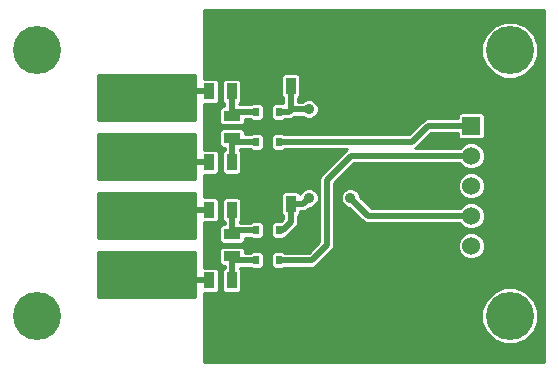
<source format=gbl>
G04 (created by PCBNEW (2013-mar-13)-testing) date Thu 04 Apr 2013 07:07:45 PM CEST*
%MOIN*%
G04 Gerber Fmt 3.4, Leading zero omitted, Abs format*
%FSLAX34Y34*%
G01*
G70*
G90*
G04 APERTURE LIST*
%ADD10C,0.006*%
%ADD11R,0.02X0.03*%
%ADD12R,0.1181X0.0787*%
%ADD13R,0.055X0.035*%
%ADD14R,0.035X0.055*%
%ADD15R,0.06X0.06*%
%ADD16C,0.06*%
%ADD17R,0.1X0.1*%
%ADD18C,0.1*%
%ADD19C,0.16*%
%ADD20C,0.035*%
%ADD21C,0.02*%
%ADD22C,0.01*%
G04 APERTURE END LIST*
G54D10*
G54D11*
X43288Y-47153D03*
X42538Y-47153D03*
X43288Y-46153D03*
X42913Y-47153D03*
X42538Y-46153D03*
X43288Y-51090D03*
X42538Y-51090D03*
X43288Y-50090D03*
X42913Y-51090D03*
X42538Y-50090D03*
G54D12*
X39763Y-45472D03*
X39763Y-47834D03*
X39763Y-49409D03*
X39763Y-51771D03*
G54D13*
X41732Y-47028D03*
X41732Y-46278D03*
X41732Y-50965D03*
X41732Y-50215D03*
G54D14*
X40963Y-51771D03*
X41713Y-51771D03*
X40963Y-49409D03*
X41713Y-49409D03*
X40963Y-47834D03*
X41713Y-47834D03*
X40963Y-45472D03*
X41713Y-45472D03*
X42932Y-45275D03*
X43682Y-45275D03*
X42932Y-49212D03*
X43682Y-49212D03*
G54D15*
X49696Y-46622D03*
G54D16*
X50696Y-46622D03*
X49696Y-47622D03*
X50696Y-47622D03*
X49696Y-48622D03*
X50696Y-48622D03*
X49696Y-49622D03*
X50696Y-49622D03*
X49696Y-50622D03*
X50696Y-50622D03*
G54D17*
X38188Y-51590D03*
G54D18*
X38188Y-49590D03*
G54D17*
X38188Y-47653D03*
G54D18*
X38188Y-45653D03*
G54D19*
X35236Y-52952D03*
X50984Y-52952D03*
X35236Y-44094D03*
X50984Y-44094D03*
G54D20*
X44291Y-46062D03*
X44291Y-49015D03*
X45669Y-49015D03*
G54D21*
X42932Y-45275D02*
X42932Y-47134D01*
X42932Y-47134D02*
X42913Y-47153D01*
X42932Y-49212D02*
X42932Y-47172D01*
X42932Y-47172D02*
X42913Y-47153D01*
X42913Y-47084D02*
X42913Y-47153D01*
X42932Y-47065D02*
X42913Y-47084D01*
X42913Y-51090D02*
X42913Y-49231D01*
X42913Y-49231D02*
X42932Y-49212D01*
X40963Y-49409D02*
X39763Y-49409D01*
X39763Y-49409D02*
X39763Y-49409D01*
X40963Y-45472D02*
X39763Y-45472D01*
X39763Y-45472D02*
X39763Y-45472D01*
X42538Y-50090D02*
X41857Y-50090D01*
X41857Y-50090D02*
X41732Y-50215D01*
X41732Y-50215D02*
X41732Y-49428D01*
X41732Y-49428D02*
X41713Y-49409D01*
X42538Y-51090D02*
X41857Y-51090D01*
X41857Y-51090D02*
X41732Y-50965D01*
X41732Y-50965D02*
X41732Y-51752D01*
X41732Y-51752D02*
X41713Y-51771D01*
X42538Y-46153D02*
X41857Y-46153D01*
X41857Y-46153D02*
X41732Y-46278D01*
X41713Y-45472D02*
X41713Y-46259D01*
X41713Y-46259D02*
X41732Y-46278D01*
X44291Y-46062D02*
X43700Y-46062D01*
X49696Y-49622D02*
X46275Y-49622D01*
X44094Y-49212D02*
X43682Y-49212D01*
X44291Y-49015D02*
X44094Y-49212D01*
X46275Y-49622D02*
X45669Y-49015D01*
X43288Y-46153D02*
X43610Y-46153D01*
X43682Y-46081D02*
X43682Y-45275D01*
X43610Y-46153D02*
X43682Y-46081D01*
X43288Y-50090D02*
X43413Y-50090D01*
X43682Y-49821D02*
X43682Y-49212D01*
X43413Y-50090D02*
X43682Y-49821D01*
X42538Y-47153D02*
X41857Y-47153D01*
X41857Y-47153D02*
X41732Y-47028D01*
X41732Y-47028D02*
X41732Y-47815D01*
X41732Y-47815D02*
X41713Y-47834D01*
X43288Y-51090D02*
X44381Y-51090D01*
X45685Y-47622D02*
X49696Y-47622D01*
X44881Y-48425D02*
X45685Y-47622D01*
X44881Y-50590D02*
X44881Y-48425D01*
X44381Y-51090D02*
X44881Y-50590D01*
X43288Y-47153D02*
X47728Y-47153D01*
X48259Y-46622D02*
X49696Y-46622D01*
X47728Y-47153D02*
X48259Y-46622D01*
X40963Y-47834D02*
X39763Y-47834D01*
X39763Y-47834D02*
X39763Y-47834D01*
X40963Y-51771D02*
X39763Y-51771D01*
X39763Y-51771D02*
X39763Y-51771D01*
G54D10*
G36*
X40501Y-52312D02*
X37254Y-52312D01*
X37254Y-50837D01*
X40501Y-50837D01*
X40501Y-52312D01*
X40501Y-52312D01*
G37*
G54D22*
X40501Y-52312D02*
X37254Y-52312D01*
X37254Y-50837D01*
X40501Y-50837D01*
X40501Y-52312D01*
G54D10*
G36*
X40501Y-50343D02*
X37254Y-50343D01*
X37254Y-48868D01*
X40501Y-48868D01*
X40501Y-50343D01*
X40501Y-50343D01*
G37*
G54D22*
X40501Y-50343D02*
X37254Y-50343D01*
X37254Y-48868D01*
X40501Y-48868D01*
X40501Y-50343D01*
G54D10*
G36*
X40501Y-48375D02*
X37254Y-48375D01*
X37254Y-46900D01*
X40501Y-46900D01*
X40501Y-48375D01*
X40501Y-48375D01*
G37*
G54D22*
X40501Y-48375D02*
X37254Y-48375D01*
X37254Y-46900D01*
X40501Y-46900D01*
X40501Y-48375D01*
G54D10*
G36*
X40501Y-46406D02*
X37254Y-46406D01*
X37254Y-44931D01*
X40501Y-44931D01*
X40501Y-46406D01*
X40501Y-46406D01*
G37*
G54D22*
X40501Y-46406D02*
X37254Y-46406D01*
X37254Y-44931D01*
X40501Y-44931D01*
X40501Y-46406D01*
G54D10*
G36*
X52115Y-54477D02*
X51934Y-54477D01*
X51934Y-52764D01*
X51934Y-43906D01*
X51790Y-43557D01*
X51523Y-43289D01*
X51174Y-43144D01*
X50796Y-43144D01*
X50446Y-43288D01*
X50179Y-43555D01*
X50034Y-43904D01*
X50034Y-44282D01*
X50178Y-44631D01*
X50445Y-44899D01*
X50794Y-45044D01*
X51172Y-45044D01*
X51521Y-44900D01*
X51789Y-44633D01*
X51934Y-44284D01*
X51934Y-43906D01*
X51934Y-52764D01*
X51790Y-52415D01*
X51523Y-52147D01*
X51174Y-52002D01*
X50796Y-52002D01*
X50446Y-52146D01*
X50179Y-52413D01*
X50146Y-52492D01*
X50146Y-50532D01*
X50146Y-49532D01*
X50146Y-48532D01*
X50146Y-47532D01*
X50078Y-47367D01*
X49952Y-47240D01*
X49786Y-47172D01*
X49607Y-47171D01*
X49442Y-47240D01*
X49315Y-47366D01*
X49313Y-47372D01*
X47842Y-47372D01*
X47905Y-47330D01*
X48363Y-46872D01*
X49246Y-46872D01*
X49246Y-46951D01*
X49269Y-47006D01*
X49311Y-47049D01*
X49366Y-47072D01*
X49426Y-47072D01*
X50026Y-47072D01*
X50081Y-47049D01*
X50123Y-47007D01*
X50146Y-46952D01*
X50146Y-46892D01*
X50146Y-46292D01*
X50124Y-46237D01*
X50081Y-46194D01*
X50026Y-46172D01*
X49967Y-46172D01*
X49367Y-46172D01*
X49311Y-46194D01*
X49269Y-46236D01*
X49246Y-46292D01*
X49246Y-46351D01*
X49246Y-46372D01*
X48259Y-46372D01*
X48164Y-46391D01*
X48083Y-46445D01*
X47624Y-46903D01*
X44616Y-46903D01*
X44616Y-45998D01*
X44567Y-45879D01*
X44475Y-45787D01*
X44356Y-45738D01*
X44226Y-45737D01*
X44107Y-45787D01*
X44081Y-45812D01*
X43932Y-45812D01*
X43932Y-45681D01*
X43941Y-45677D01*
X43984Y-45635D01*
X44007Y-45580D01*
X44007Y-45520D01*
X44007Y-44970D01*
X43984Y-44915D01*
X43942Y-44873D01*
X43887Y-44850D01*
X43827Y-44850D01*
X43477Y-44850D01*
X43422Y-44873D01*
X43379Y-44915D01*
X43357Y-44970D01*
X43357Y-45030D01*
X43357Y-45580D01*
X43379Y-45635D01*
X43422Y-45677D01*
X43432Y-45681D01*
X43432Y-45859D01*
X43418Y-45853D01*
X43358Y-45853D01*
X43158Y-45853D01*
X43103Y-45876D01*
X43061Y-45918D01*
X43038Y-45973D01*
X43038Y-46033D01*
X43038Y-46333D01*
X43061Y-46388D01*
X43103Y-46430D01*
X43158Y-46453D01*
X43218Y-46453D01*
X43418Y-46453D01*
X43473Y-46430D01*
X43500Y-46403D01*
X43610Y-46403D01*
X43705Y-46384D01*
X43787Y-46330D01*
X43804Y-46312D01*
X44081Y-46312D01*
X44107Y-46338D01*
X44226Y-46387D01*
X44355Y-46388D01*
X44475Y-46338D01*
X44566Y-46247D01*
X44616Y-46127D01*
X44616Y-45998D01*
X44616Y-46903D01*
X43500Y-46903D01*
X43473Y-46876D01*
X43418Y-46853D01*
X43358Y-46853D01*
X43158Y-46853D01*
X43103Y-46876D01*
X43061Y-46918D01*
X43038Y-46973D01*
X43038Y-47033D01*
X43038Y-47333D01*
X43061Y-47388D01*
X43103Y-47430D01*
X43158Y-47453D01*
X43218Y-47453D01*
X43418Y-47453D01*
X43473Y-47430D01*
X43500Y-47403D01*
X45570Y-47403D01*
X45508Y-47445D01*
X45508Y-47445D01*
X44705Y-48248D01*
X44650Y-48329D01*
X44631Y-48425D01*
X44631Y-50486D01*
X44616Y-50502D01*
X44616Y-48951D01*
X44567Y-48831D01*
X44475Y-48740D01*
X44356Y-48690D01*
X44226Y-48690D01*
X44107Y-48740D01*
X44015Y-48831D01*
X43995Y-48880D01*
X43984Y-48852D01*
X43942Y-48810D01*
X43887Y-48787D01*
X43827Y-48787D01*
X43477Y-48787D01*
X43422Y-48810D01*
X43379Y-48852D01*
X43357Y-48907D01*
X43357Y-48967D01*
X43357Y-49517D01*
X43379Y-49572D01*
X43422Y-49614D01*
X43432Y-49618D01*
X43432Y-49718D01*
X43359Y-49790D01*
X43358Y-49790D01*
X43158Y-49790D01*
X43103Y-49813D01*
X43061Y-49855D01*
X43038Y-49910D01*
X43038Y-49970D01*
X43038Y-50270D01*
X43061Y-50325D01*
X43103Y-50367D01*
X43158Y-50390D01*
X43218Y-50390D01*
X43418Y-50390D01*
X43473Y-50367D01*
X43515Y-50325D01*
X43520Y-50314D01*
X43590Y-50267D01*
X43858Y-49998D01*
X43858Y-49998D01*
X43858Y-49998D01*
X43913Y-49917D01*
X43913Y-49917D01*
X43928Y-49840D01*
X43932Y-49821D01*
X43932Y-49821D01*
X43932Y-49821D01*
X43932Y-49618D01*
X43941Y-49614D01*
X43984Y-49572D01*
X44007Y-49517D01*
X44007Y-49462D01*
X44094Y-49462D01*
X44190Y-49443D01*
X44271Y-49389D01*
X44319Y-49340D01*
X44355Y-49340D01*
X44475Y-49291D01*
X44566Y-49200D01*
X44616Y-49080D01*
X44616Y-48951D01*
X44616Y-50502D01*
X44278Y-50840D01*
X43500Y-50840D01*
X43473Y-50813D01*
X43418Y-50790D01*
X43358Y-50790D01*
X43158Y-50790D01*
X43103Y-50813D01*
X43061Y-50855D01*
X43038Y-50910D01*
X43038Y-50970D01*
X43038Y-51270D01*
X43061Y-51325D01*
X43103Y-51367D01*
X43158Y-51390D01*
X43218Y-51390D01*
X43418Y-51390D01*
X43473Y-51367D01*
X43500Y-51340D01*
X44381Y-51340D01*
X44477Y-51321D01*
X44558Y-51267D01*
X45058Y-50767D01*
X45112Y-50686D01*
X45131Y-50590D01*
X45131Y-48528D01*
X45788Y-47872D01*
X49313Y-47872D01*
X49315Y-47876D01*
X49441Y-48003D01*
X49606Y-48071D01*
X49785Y-48072D01*
X49951Y-48003D01*
X50078Y-47877D01*
X50146Y-47711D01*
X50146Y-47532D01*
X50146Y-48532D01*
X50078Y-48367D01*
X49952Y-48240D01*
X49786Y-48172D01*
X49607Y-48171D01*
X49442Y-48240D01*
X49315Y-48366D01*
X49246Y-48532D01*
X49246Y-48711D01*
X49315Y-48876D01*
X49441Y-49003D01*
X49606Y-49071D01*
X49785Y-49072D01*
X49951Y-49003D01*
X50078Y-48877D01*
X50146Y-48711D01*
X50146Y-48532D01*
X50146Y-49532D01*
X50078Y-49367D01*
X49952Y-49240D01*
X49786Y-49172D01*
X49607Y-49171D01*
X49442Y-49240D01*
X49315Y-49366D01*
X49313Y-49372D01*
X46379Y-49372D01*
X45994Y-48987D01*
X45994Y-48951D01*
X45944Y-48831D01*
X45853Y-48740D01*
X45734Y-48690D01*
X45604Y-48690D01*
X45485Y-48740D01*
X45393Y-48831D01*
X45344Y-48950D01*
X45344Y-49080D01*
X45393Y-49199D01*
X45484Y-49291D01*
X45604Y-49340D01*
X45640Y-49340D01*
X46098Y-49798D01*
X46098Y-49798D01*
X46179Y-49853D01*
X46179Y-49853D01*
X46256Y-49868D01*
X46275Y-49872D01*
X46275Y-49872D01*
X46275Y-49872D01*
X49313Y-49872D01*
X49315Y-49876D01*
X49441Y-50003D01*
X49606Y-50071D01*
X49785Y-50072D01*
X49951Y-50003D01*
X50078Y-49877D01*
X50146Y-49711D01*
X50146Y-49532D01*
X50146Y-50532D01*
X50078Y-50367D01*
X49952Y-50240D01*
X49786Y-50172D01*
X49607Y-50171D01*
X49442Y-50240D01*
X49315Y-50366D01*
X49246Y-50532D01*
X49246Y-50711D01*
X49315Y-50876D01*
X49441Y-51003D01*
X49606Y-51071D01*
X49785Y-51072D01*
X49951Y-51003D01*
X50078Y-50877D01*
X50146Y-50711D01*
X50146Y-50532D01*
X50146Y-52492D01*
X50034Y-52762D01*
X50034Y-53140D01*
X50178Y-53490D01*
X50445Y-53757D01*
X50794Y-53902D01*
X51172Y-53902D01*
X51521Y-53758D01*
X51789Y-53491D01*
X51934Y-53142D01*
X51934Y-52764D01*
X51934Y-54477D01*
X42788Y-54477D01*
X42788Y-51210D01*
X42788Y-50910D01*
X42788Y-50210D01*
X42788Y-49910D01*
X42788Y-47273D01*
X42788Y-46973D01*
X42788Y-46273D01*
X42788Y-45973D01*
X42765Y-45918D01*
X42723Y-45876D01*
X42668Y-45853D01*
X42608Y-45853D01*
X42408Y-45853D01*
X42353Y-45876D01*
X42326Y-45903D01*
X41963Y-45903D01*
X41963Y-45878D01*
X41973Y-45874D01*
X42015Y-45832D01*
X42038Y-45777D01*
X42038Y-45717D01*
X42038Y-45167D01*
X42015Y-45112D01*
X41973Y-45070D01*
X41918Y-45047D01*
X41858Y-45047D01*
X41508Y-45047D01*
X41453Y-45070D01*
X41411Y-45112D01*
X41388Y-45167D01*
X41388Y-45227D01*
X41388Y-45777D01*
X41411Y-45832D01*
X41453Y-45874D01*
X41463Y-45878D01*
X41463Y-45953D01*
X41427Y-45953D01*
X41372Y-45976D01*
X41330Y-46018D01*
X41307Y-46073D01*
X41307Y-46133D01*
X41307Y-46483D01*
X41330Y-46538D01*
X41372Y-46580D01*
X41427Y-46603D01*
X41486Y-46603D01*
X42036Y-46603D01*
X42092Y-46580D01*
X42134Y-46538D01*
X42157Y-46483D01*
X42157Y-46423D01*
X42157Y-46403D01*
X42326Y-46403D01*
X42353Y-46430D01*
X42408Y-46453D01*
X42468Y-46453D01*
X42668Y-46453D01*
X42723Y-46430D01*
X42765Y-46388D01*
X42788Y-46333D01*
X42788Y-46273D01*
X42788Y-46973D01*
X42765Y-46918D01*
X42723Y-46876D01*
X42668Y-46853D01*
X42608Y-46853D01*
X42408Y-46853D01*
X42353Y-46876D01*
X42326Y-46903D01*
X42157Y-46903D01*
X42157Y-46823D01*
X42134Y-46768D01*
X42092Y-46726D01*
X42037Y-46703D01*
X41977Y-46703D01*
X41427Y-46703D01*
X41372Y-46726D01*
X41330Y-46768D01*
X41307Y-46823D01*
X41307Y-46883D01*
X41307Y-47233D01*
X41330Y-47288D01*
X41372Y-47330D01*
X41427Y-47353D01*
X41482Y-47353D01*
X41482Y-47420D01*
X41453Y-47432D01*
X41411Y-47474D01*
X41388Y-47529D01*
X41388Y-47589D01*
X41388Y-48139D01*
X41411Y-48194D01*
X41453Y-48236D01*
X41508Y-48259D01*
X41568Y-48259D01*
X41918Y-48259D01*
X41973Y-48236D01*
X42015Y-48194D01*
X42038Y-48139D01*
X42038Y-48079D01*
X42038Y-47529D01*
X42015Y-47474D01*
X41982Y-47441D01*
X41982Y-47403D01*
X42326Y-47403D01*
X42353Y-47430D01*
X42408Y-47453D01*
X42468Y-47453D01*
X42668Y-47453D01*
X42723Y-47430D01*
X42765Y-47388D01*
X42788Y-47333D01*
X42788Y-47273D01*
X42788Y-49910D01*
X42765Y-49855D01*
X42723Y-49813D01*
X42668Y-49790D01*
X42608Y-49790D01*
X42408Y-49790D01*
X42353Y-49813D01*
X42326Y-49840D01*
X41982Y-49840D01*
X41982Y-49802D01*
X42015Y-49769D01*
X42038Y-49714D01*
X42038Y-49654D01*
X42038Y-49104D01*
X42015Y-49049D01*
X41973Y-49007D01*
X41918Y-48984D01*
X41858Y-48984D01*
X41508Y-48984D01*
X41453Y-49007D01*
X41411Y-49049D01*
X41388Y-49104D01*
X41388Y-49164D01*
X41388Y-49714D01*
X41411Y-49769D01*
X41453Y-49811D01*
X41482Y-49823D01*
X41482Y-49890D01*
X41427Y-49890D01*
X41372Y-49913D01*
X41330Y-49955D01*
X41307Y-50010D01*
X41307Y-50070D01*
X41307Y-50420D01*
X41330Y-50475D01*
X41372Y-50517D01*
X41427Y-50540D01*
X41486Y-50540D01*
X42036Y-50540D01*
X42092Y-50517D01*
X42134Y-50475D01*
X42157Y-50420D01*
X42157Y-50360D01*
X42157Y-50340D01*
X42326Y-50340D01*
X42353Y-50367D01*
X42408Y-50390D01*
X42468Y-50390D01*
X42668Y-50390D01*
X42723Y-50367D01*
X42765Y-50325D01*
X42788Y-50270D01*
X42788Y-50210D01*
X42788Y-50910D01*
X42765Y-50855D01*
X42723Y-50813D01*
X42668Y-50790D01*
X42608Y-50790D01*
X42408Y-50790D01*
X42353Y-50813D01*
X42326Y-50840D01*
X42157Y-50840D01*
X42157Y-50760D01*
X42134Y-50705D01*
X42092Y-50663D01*
X42037Y-50640D01*
X41977Y-50640D01*
X41427Y-50640D01*
X41372Y-50663D01*
X41330Y-50705D01*
X41307Y-50760D01*
X41307Y-50820D01*
X41307Y-51170D01*
X41330Y-51225D01*
X41372Y-51267D01*
X41427Y-51290D01*
X41482Y-51290D01*
X41482Y-51357D01*
X41453Y-51369D01*
X41411Y-51411D01*
X41388Y-51466D01*
X41388Y-51526D01*
X41388Y-52076D01*
X41411Y-52131D01*
X41453Y-52173D01*
X41508Y-52196D01*
X41568Y-52196D01*
X41918Y-52196D01*
X41973Y-52173D01*
X42015Y-52131D01*
X42038Y-52076D01*
X42038Y-52016D01*
X42038Y-51466D01*
X42015Y-51411D01*
X41982Y-51378D01*
X41982Y-51340D01*
X42326Y-51340D01*
X42353Y-51367D01*
X42408Y-51390D01*
X42468Y-51390D01*
X42668Y-51390D01*
X42723Y-51367D01*
X42765Y-51325D01*
X42788Y-51270D01*
X42788Y-51210D01*
X42788Y-54477D01*
X40798Y-54477D01*
X40798Y-52196D01*
X40818Y-52196D01*
X41168Y-52196D01*
X41223Y-52173D01*
X41265Y-52131D01*
X41288Y-52076D01*
X41288Y-52016D01*
X41288Y-51466D01*
X41265Y-51411D01*
X41223Y-51369D01*
X41168Y-51346D01*
X41108Y-51346D01*
X40798Y-51346D01*
X40798Y-49834D01*
X40818Y-49834D01*
X41168Y-49834D01*
X41223Y-49811D01*
X41265Y-49769D01*
X41288Y-49714D01*
X41288Y-49654D01*
X41288Y-49104D01*
X41265Y-49049D01*
X41223Y-49007D01*
X41168Y-48984D01*
X41108Y-48984D01*
X40798Y-48984D01*
X40798Y-48259D01*
X40818Y-48259D01*
X41168Y-48259D01*
X41223Y-48236D01*
X41265Y-48194D01*
X41288Y-48139D01*
X41288Y-48079D01*
X41288Y-47529D01*
X41265Y-47474D01*
X41223Y-47432D01*
X41168Y-47409D01*
X41108Y-47409D01*
X40798Y-47409D01*
X40798Y-45897D01*
X40818Y-45897D01*
X41168Y-45897D01*
X41223Y-45874D01*
X41265Y-45832D01*
X41288Y-45777D01*
X41288Y-45717D01*
X41288Y-45167D01*
X41265Y-45112D01*
X41223Y-45070D01*
X41168Y-45047D01*
X41108Y-45047D01*
X40798Y-45047D01*
X40798Y-42766D01*
X52115Y-42766D01*
X52115Y-54477D01*
X52115Y-54477D01*
G37*
G54D22*
X52115Y-54477D02*
X51934Y-54477D01*
X51934Y-52764D01*
X51934Y-43906D01*
X51790Y-43557D01*
X51523Y-43289D01*
X51174Y-43144D01*
X50796Y-43144D01*
X50446Y-43288D01*
X50179Y-43555D01*
X50034Y-43904D01*
X50034Y-44282D01*
X50178Y-44631D01*
X50445Y-44899D01*
X50794Y-45044D01*
X51172Y-45044D01*
X51521Y-44900D01*
X51789Y-44633D01*
X51934Y-44284D01*
X51934Y-43906D01*
X51934Y-52764D01*
X51790Y-52415D01*
X51523Y-52147D01*
X51174Y-52002D01*
X50796Y-52002D01*
X50446Y-52146D01*
X50179Y-52413D01*
X50146Y-52492D01*
X50146Y-50532D01*
X50146Y-49532D01*
X50146Y-48532D01*
X50146Y-47532D01*
X50078Y-47367D01*
X49952Y-47240D01*
X49786Y-47172D01*
X49607Y-47171D01*
X49442Y-47240D01*
X49315Y-47366D01*
X49313Y-47372D01*
X47842Y-47372D01*
X47905Y-47330D01*
X48363Y-46872D01*
X49246Y-46872D01*
X49246Y-46951D01*
X49269Y-47006D01*
X49311Y-47049D01*
X49366Y-47072D01*
X49426Y-47072D01*
X50026Y-47072D01*
X50081Y-47049D01*
X50123Y-47007D01*
X50146Y-46952D01*
X50146Y-46892D01*
X50146Y-46292D01*
X50124Y-46237D01*
X50081Y-46194D01*
X50026Y-46172D01*
X49967Y-46172D01*
X49367Y-46172D01*
X49311Y-46194D01*
X49269Y-46236D01*
X49246Y-46292D01*
X49246Y-46351D01*
X49246Y-46372D01*
X48259Y-46372D01*
X48164Y-46391D01*
X48083Y-46445D01*
X47624Y-46903D01*
X44616Y-46903D01*
X44616Y-45998D01*
X44567Y-45879D01*
X44475Y-45787D01*
X44356Y-45738D01*
X44226Y-45737D01*
X44107Y-45787D01*
X44081Y-45812D01*
X43932Y-45812D01*
X43932Y-45681D01*
X43941Y-45677D01*
X43984Y-45635D01*
X44007Y-45580D01*
X44007Y-45520D01*
X44007Y-44970D01*
X43984Y-44915D01*
X43942Y-44873D01*
X43887Y-44850D01*
X43827Y-44850D01*
X43477Y-44850D01*
X43422Y-44873D01*
X43379Y-44915D01*
X43357Y-44970D01*
X43357Y-45030D01*
X43357Y-45580D01*
X43379Y-45635D01*
X43422Y-45677D01*
X43432Y-45681D01*
X43432Y-45859D01*
X43418Y-45853D01*
X43358Y-45853D01*
X43158Y-45853D01*
X43103Y-45876D01*
X43061Y-45918D01*
X43038Y-45973D01*
X43038Y-46033D01*
X43038Y-46333D01*
X43061Y-46388D01*
X43103Y-46430D01*
X43158Y-46453D01*
X43218Y-46453D01*
X43418Y-46453D01*
X43473Y-46430D01*
X43500Y-46403D01*
X43610Y-46403D01*
X43705Y-46384D01*
X43787Y-46330D01*
X43804Y-46312D01*
X44081Y-46312D01*
X44107Y-46338D01*
X44226Y-46387D01*
X44355Y-46388D01*
X44475Y-46338D01*
X44566Y-46247D01*
X44616Y-46127D01*
X44616Y-45998D01*
X44616Y-46903D01*
X43500Y-46903D01*
X43473Y-46876D01*
X43418Y-46853D01*
X43358Y-46853D01*
X43158Y-46853D01*
X43103Y-46876D01*
X43061Y-46918D01*
X43038Y-46973D01*
X43038Y-47033D01*
X43038Y-47333D01*
X43061Y-47388D01*
X43103Y-47430D01*
X43158Y-47453D01*
X43218Y-47453D01*
X43418Y-47453D01*
X43473Y-47430D01*
X43500Y-47403D01*
X45570Y-47403D01*
X45508Y-47445D01*
X45508Y-47445D01*
X44705Y-48248D01*
X44650Y-48329D01*
X44631Y-48425D01*
X44631Y-50486D01*
X44616Y-50502D01*
X44616Y-48951D01*
X44567Y-48831D01*
X44475Y-48740D01*
X44356Y-48690D01*
X44226Y-48690D01*
X44107Y-48740D01*
X44015Y-48831D01*
X43995Y-48880D01*
X43984Y-48852D01*
X43942Y-48810D01*
X43887Y-48787D01*
X43827Y-48787D01*
X43477Y-48787D01*
X43422Y-48810D01*
X43379Y-48852D01*
X43357Y-48907D01*
X43357Y-48967D01*
X43357Y-49517D01*
X43379Y-49572D01*
X43422Y-49614D01*
X43432Y-49618D01*
X43432Y-49718D01*
X43359Y-49790D01*
X43358Y-49790D01*
X43158Y-49790D01*
X43103Y-49813D01*
X43061Y-49855D01*
X43038Y-49910D01*
X43038Y-49970D01*
X43038Y-50270D01*
X43061Y-50325D01*
X43103Y-50367D01*
X43158Y-50390D01*
X43218Y-50390D01*
X43418Y-50390D01*
X43473Y-50367D01*
X43515Y-50325D01*
X43520Y-50314D01*
X43590Y-50267D01*
X43858Y-49998D01*
X43858Y-49998D01*
X43858Y-49998D01*
X43913Y-49917D01*
X43913Y-49917D01*
X43928Y-49840D01*
X43932Y-49821D01*
X43932Y-49821D01*
X43932Y-49821D01*
X43932Y-49618D01*
X43941Y-49614D01*
X43984Y-49572D01*
X44007Y-49517D01*
X44007Y-49462D01*
X44094Y-49462D01*
X44190Y-49443D01*
X44271Y-49389D01*
X44319Y-49340D01*
X44355Y-49340D01*
X44475Y-49291D01*
X44566Y-49200D01*
X44616Y-49080D01*
X44616Y-48951D01*
X44616Y-50502D01*
X44278Y-50840D01*
X43500Y-50840D01*
X43473Y-50813D01*
X43418Y-50790D01*
X43358Y-50790D01*
X43158Y-50790D01*
X43103Y-50813D01*
X43061Y-50855D01*
X43038Y-50910D01*
X43038Y-50970D01*
X43038Y-51270D01*
X43061Y-51325D01*
X43103Y-51367D01*
X43158Y-51390D01*
X43218Y-51390D01*
X43418Y-51390D01*
X43473Y-51367D01*
X43500Y-51340D01*
X44381Y-51340D01*
X44477Y-51321D01*
X44558Y-51267D01*
X45058Y-50767D01*
X45112Y-50686D01*
X45131Y-50590D01*
X45131Y-48528D01*
X45788Y-47872D01*
X49313Y-47872D01*
X49315Y-47876D01*
X49441Y-48003D01*
X49606Y-48071D01*
X49785Y-48072D01*
X49951Y-48003D01*
X50078Y-47877D01*
X50146Y-47711D01*
X50146Y-47532D01*
X50146Y-48532D01*
X50078Y-48367D01*
X49952Y-48240D01*
X49786Y-48172D01*
X49607Y-48171D01*
X49442Y-48240D01*
X49315Y-48366D01*
X49246Y-48532D01*
X49246Y-48711D01*
X49315Y-48876D01*
X49441Y-49003D01*
X49606Y-49071D01*
X49785Y-49072D01*
X49951Y-49003D01*
X50078Y-48877D01*
X50146Y-48711D01*
X50146Y-48532D01*
X50146Y-49532D01*
X50078Y-49367D01*
X49952Y-49240D01*
X49786Y-49172D01*
X49607Y-49171D01*
X49442Y-49240D01*
X49315Y-49366D01*
X49313Y-49372D01*
X46379Y-49372D01*
X45994Y-48987D01*
X45994Y-48951D01*
X45944Y-48831D01*
X45853Y-48740D01*
X45734Y-48690D01*
X45604Y-48690D01*
X45485Y-48740D01*
X45393Y-48831D01*
X45344Y-48950D01*
X45344Y-49080D01*
X45393Y-49199D01*
X45484Y-49291D01*
X45604Y-49340D01*
X45640Y-49340D01*
X46098Y-49798D01*
X46098Y-49798D01*
X46179Y-49853D01*
X46179Y-49853D01*
X46256Y-49868D01*
X46275Y-49872D01*
X46275Y-49872D01*
X46275Y-49872D01*
X49313Y-49872D01*
X49315Y-49876D01*
X49441Y-50003D01*
X49606Y-50071D01*
X49785Y-50072D01*
X49951Y-50003D01*
X50078Y-49877D01*
X50146Y-49711D01*
X50146Y-49532D01*
X50146Y-50532D01*
X50078Y-50367D01*
X49952Y-50240D01*
X49786Y-50172D01*
X49607Y-50171D01*
X49442Y-50240D01*
X49315Y-50366D01*
X49246Y-50532D01*
X49246Y-50711D01*
X49315Y-50876D01*
X49441Y-51003D01*
X49606Y-51071D01*
X49785Y-51072D01*
X49951Y-51003D01*
X50078Y-50877D01*
X50146Y-50711D01*
X50146Y-50532D01*
X50146Y-52492D01*
X50034Y-52762D01*
X50034Y-53140D01*
X50178Y-53490D01*
X50445Y-53757D01*
X50794Y-53902D01*
X51172Y-53902D01*
X51521Y-53758D01*
X51789Y-53491D01*
X51934Y-53142D01*
X51934Y-52764D01*
X51934Y-54477D01*
X42788Y-54477D01*
X42788Y-51210D01*
X42788Y-50910D01*
X42788Y-50210D01*
X42788Y-49910D01*
X42788Y-47273D01*
X42788Y-46973D01*
X42788Y-46273D01*
X42788Y-45973D01*
X42765Y-45918D01*
X42723Y-45876D01*
X42668Y-45853D01*
X42608Y-45853D01*
X42408Y-45853D01*
X42353Y-45876D01*
X42326Y-45903D01*
X41963Y-45903D01*
X41963Y-45878D01*
X41973Y-45874D01*
X42015Y-45832D01*
X42038Y-45777D01*
X42038Y-45717D01*
X42038Y-45167D01*
X42015Y-45112D01*
X41973Y-45070D01*
X41918Y-45047D01*
X41858Y-45047D01*
X41508Y-45047D01*
X41453Y-45070D01*
X41411Y-45112D01*
X41388Y-45167D01*
X41388Y-45227D01*
X41388Y-45777D01*
X41411Y-45832D01*
X41453Y-45874D01*
X41463Y-45878D01*
X41463Y-45953D01*
X41427Y-45953D01*
X41372Y-45976D01*
X41330Y-46018D01*
X41307Y-46073D01*
X41307Y-46133D01*
X41307Y-46483D01*
X41330Y-46538D01*
X41372Y-46580D01*
X41427Y-46603D01*
X41486Y-46603D01*
X42036Y-46603D01*
X42092Y-46580D01*
X42134Y-46538D01*
X42157Y-46483D01*
X42157Y-46423D01*
X42157Y-46403D01*
X42326Y-46403D01*
X42353Y-46430D01*
X42408Y-46453D01*
X42468Y-46453D01*
X42668Y-46453D01*
X42723Y-46430D01*
X42765Y-46388D01*
X42788Y-46333D01*
X42788Y-46273D01*
X42788Y-46973D01*
X42765Y-46918D01*
X42723Y-46876D01*
X42668Y-46853D01*
X42608Y-46853D01*
X42408Y-46853D01*
X42353Y-46876D01*
X42326Y-46903D01*
X42157Y-46903D01*
X42157Y-46823D01*
X42134Y-46768D01*
X42092Y-46726D01*
X42037Y-46703D01*
X41977Y-46703D01*
X41427Y-46703D01*
X41372Y-46726D01*
X41330Y-46768D01*
X41307Y-46823D01*
X41307Y-46883D01*
X41307Y-47233D01*
X41330Y-47288D01*
X41372Y-47330D01*
X41427Y-47353D01*
X41482Y-47353D01*
X41482Y-47420D01*
X41453Y-47432D01*
X41411Y-47474D01*
X41388Y-47529D01*
X41388Y-47589D01*
X41388Y-48139D01*
X41411Y-48194D01*
X41453Y-48236D01*
X41508Y-48259D01*
X41568Y-48259D01*
X41918Y-48259D01*
X41973Y-48236D01*
X42015Y-48194D01*
X42038Y-48139D01*
X42038Y-48079D01*
X42038Y-47529D01*
X42015Y-47474D01*
X41982Y-47441D01*
X41982Y-47403D01*
X42326Y-47403D01*
X42353Y-47430D01*
X42408Y-47453D01*
X42468Y-47453D01*
X42668Y-47453D01*
X42723Y-47430D01*
X42765Y-47388D01*
X42788Y-47333D01*
X42788Y-47273D01*
X42788Y-49910D01*
X42765Y-49855D01*
X42723Y-49813D01*
X42668Y-49790D01*
X42608Y-49790D01*
X42408Y-49790D01*
X42353Y-49813D01*
X42326Y-49840D01*
X41982Y-49840D01*
X41982Y-49802D01*
X42015Y-49769D01*
X42038Y-49714D01*
X42038Y-49654D01*
X42038Y-49104D01*
X42015Y-49049D01*
X41973Y-49007D01*
X41918Y-48984D01*
X41858Y-48984D01*
X41508Y-48984D01*
X41453Y-49007D01*
X41411Y-49049D01*
X41388Y-49104D01*
X41388Y-49164D01*
X41388Y-49714D01*
X41411Y-49769D01*
X41453Y-49811D01*
X41482Y-49823D01*
X41482Y-49890D01*
X41427Y-49890D01*
X41372Y-49913D01*
X41330Y-49955D01*
X41307Y-50010D01*
X41307Y-50070D01*
X41307Y-50420D01*
X41330Y-50475D01*
X41372Y-50517D01*
X41427Y-50540D01*
X41486Y-50540D01*
X42036Y-50540D01*
X42092Y-50517D01*
X42134Y-50475D01*
X42157Y-50420D01*
X42157Y-50360D01*
X42157Y-50340D01*
X42326Y-50340D01*
X42353Y-50367D01*
X42408Y-50390D01*
X42468Y-50390D01*
X42668Y-50390D01*
X42723Y-50367D01*
X42765Y-50325D01*
X42788Y-50270D01*
X42788Y-50210D01*
X42788Y-50910D01*
X42765Y-50855D01*
X42723Y-50813D01*
X42668Y-50790D01*
X42608Y-50790D01*
X42408Y-50790D01*
X42353Y-50813D01*
X42326Y-50840D01*
X42157Y-50840D01*
X42157Y-50760D01*
X42134Y-50705D01*
X42092Y-50663D01*
X42037Y-50640D01*
X41977Y-50640D01*
X41427Y-50640D01*
X41372Y-50663D01*
X41330Y-50705D01*
X41307Y-50760D01*
X41307Y-50820D01*
X41307Y-51170D01*
X41330Y-51225D01*
X41372Y-51267D01*
X41427Y-51290D01*
X41482Y-51290D01*
X41482Y-51357D01*
X41453Y-51369D01*
X41411Y-51411D01*
X41388Y-51466D01*
X41388Y-51526D01*
X41388Y-52076D01*
X41411Y-52131D01*
X41453Y-52173D01*
X41508Y-52196D01*
X41568Y-52196D01*
X41918Y-52196D01*
X41973Y-52173D01*
X42015Y-52131D01*
X42038Y-52076D01*
X42038Y-52016D01*
X42038Y-51466D01*
X42015Y-51411D01*
X41982Y-51378D01*
X41982Y-51340D01*
X42326Y-51340D01*
X42353Y-51367D01*
X42408Y-51390D01*
X42468Y-51390D01*
X42668Y-51390D01*
X42723Y-51367D01*
X42765Y-51325D01*
X42788Y-51270D01*
X42788Y-51210D01*
X42788Y-54477D01*
X40798Y-54477D01*
X40798Y-52196D01*
X40818Y-52196D01*
X41168Y-52196D01*
X41223Y-52173D01*
X41265Y-52131D01*
X41288Y-52076D01*
X41288Y-52016D01*
X41288Y-51466D01*
X41265Y-51411D01*
X41223Y-51369D01*
X41168Y-51346D01*
X41108Y-51346D01*
X40798Y-51346D01*
X40798Y-49834D01*
X40818Y-49834D01*
X41168Y-49834D01*
X41223Y-49811D01*
X41265Y-49769D01*
X41288Y-49714D01*
X41288Y-49654D01*
X41288Y-49104D01*
X41265Y-49049D01*
X41223Y-49007D01*
X41168Y-48984D01*
X41108Y-48984D01*
X40798Y-48984D01*
X40798Y-48259D01*
X40818Y-48259D01*
X41168Y-48259D01*
X41223Y-48236D01*
X41265Y-48194D01*
X41288Y-48139D01*
X41288Y-48079D01*
X41288Y-47529D01*
X41265Y-47474D01*
X41223Y-47432D01*
X41168Y-47409D01*
X41108Y-47409D01*
X40798Y-47409D01*
X40798Y-45897D01*
X40818Y-45897D01*
X41168Y-45897D01*
X41223Y-45874D01*
X41265Y-45832D01*
X41288Y-45777D01*
X41288Y-45717D01*
X41288Y-45167D01*
X41265Y-45112D01*
X41223Y-45070D01*
X41168Y-45047D01*
X41108Y-45047D01*
X40798Y-45047D01*
X40798Y-42766D01*
X52115Y-42766D01*
X52115Y-54477D01*
M02*

</source>
